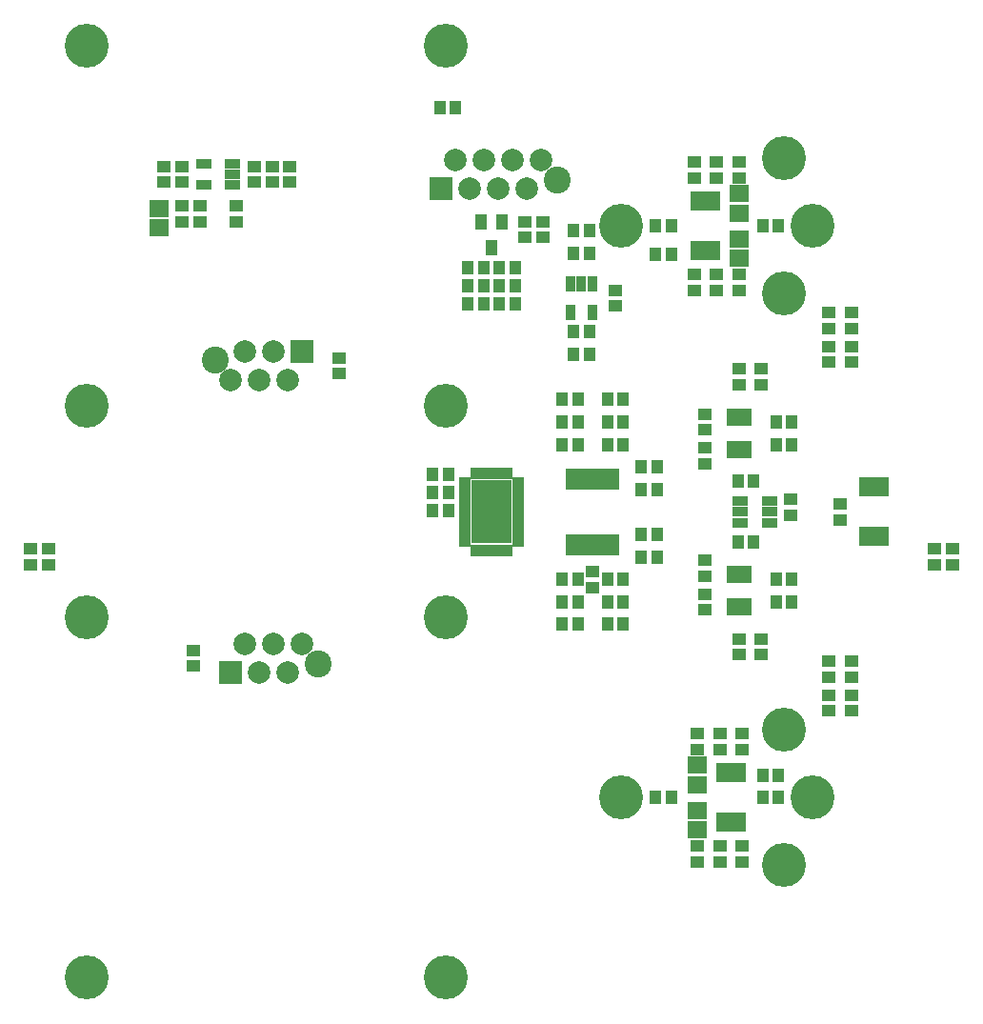
<source format=gbr>
G04 #@! TF.GenerationSoftware,KiCad,Pcbnew,5.1.5+dfsg1-2build2*
G04 #@! TF.CreationDate,2020-07-06T20:33:27+02:00*
G04 #@! TF.ProjectId,Quadsense,51756164-7365-46e7-9365-2e6b69636164,rev?*
G04 #@! TF.SameCoordinates,PX5f5e100PY2faf080*
G04 #@! TF.FileFunction,Soldermask,Bot*
G04 #@! TF.FilePolarity,Negative*
%FSLAX46Y46*%
G04 Gerber Fmt 4.6, Leading zero omitted, Abs format (unit mm)*
G04 Created by KiCad (PCBNEW 5.1.5+dfsg1-2build2) date 2020-07-06 20:33:27*
%MOMM*%
%LPD*%
G04 APERTURE LIST*
%ADD10C,3.900000*%
%ADD11R,1.100000X1.200000*%
%ADD12R,1.200000X1.100000*%
%ADD13R,0.900000X1.400000*%
%ADD14R,2.200000X1.550000*%
%ADD15R,0.850000X1.850000*%
%ADD16R,1.400000X0.900000*%
%ADD17R,0.800000X1.800000*%
%ADD18R,1.800000X1.500000*%
%ADD19R,2.000000X2.000000*%
%ADD20C,2.000000*%
%ADD21C,2.400000*%
%ADD22R,1.100000X0.650000*%
%ADD23R,0.650000X1.100000*%
%ADD24R,3.550000X5.550000*%
%ADD25R,1.000000X1.400000*%
G04 APERTURE END LIST*
D10*
X71010408Y-30610408D03*
X73500000Y-24600000D03*
X71010408Y-18589592D03*
X56500000Y-24600000D03*
D11*
X59600000Y-27100000D03*
X61000000Y-27100000D03*
X70500000Y-73400000D03*
X69100000Y-73400000D03*
D12*
X76000000Y-50700000D03*
X76000000Y-49300000D03*
X54000000Y-56700000D03*
X54000000Y-55300000D03*
D13*
X52050000Y-32300000D03*
X53950000Y-32300000D03*
X53950000Y-29700000D03*
X53000000Y-29700000D03*
X52050000Y-29700000D03*
D11*
X53700000Y-36000000D03*
X52300000Y-36000000D03*
X53700000Y-34000000D03*
X52300000Y-34000000D03*
D12*
X56000000Y-30300000D03*
X56000000Y-31700000D03*
X22300000Y-22800000D03*
X22300000Y-24200000D03*
D11*
X53700000Y-25000000D03*
X52300000Y-25000000D03*
X53700000Y-27000000D03*
X52300000Y-27000000D03*
D12*
X65000000Y-18900000D03*
X65000000Y-20300000D03*
D11*
X59600000Y-75400000D03*
X61000000Y-75400000D03*
D10*
X71010408Y-81410408D03*
X73500000Y-75400000D03*
X71010408Y-69389592D03*
X56500000Y-75400000D03*
D12*
X77000000Y-66300000D03*
X77000000Y-67700000D03*
D14*
X67000000Y-44450000D03*
X67000000Y-41550000D03*
X67000000Y-55550000D03*
X67000000Y-58450000D03*
D15*
X55950000Y-47050000D03*
X55300000Y-47050000D03*
X54650000Y-47050000D03*
X54000000Y-47050000D03*
X53350000Y-47050000D03*
X52700000Y-47050000D03*
X52050000Y-47050000D03*
X52050000Y-52950000D03*
X52700000Y-52950000D03*
X53350000Y-52950000D03*
X54000000Y-52950000D03*
X54650000Y-52950000D03*
X55300000Y-52950000D03*
X55950000Y-52950000D03*
D11*
X55300000Y-42000000D03*
X56700000Y-42000000D03*
X52700000Y-42000000D03*
X51300000Y-42000000D03*
X52700000Y-58000000D03*
X51300000Y-58000000D03*
X55300000Y-58000000D03*
X56700000Y-58000000D03*
X56700000Y-44000000D03*
X55300000Y-44000000D03*
X51300000Y-44000000D03*
X52700000Y-44000000D03*
X51300000Y-56000000D03*
X52700000Y-56000000D03*
X56700000Y-56000000D03*
X55300000Y-56000000D03*
X59700000Y-46000000D03*
X58300000Y-46000000D03*
X59700000Y-48000000D03*
X58300000Y-48000000D03*
X58300000Y-52000000D03*
X59700000Y-52000000D03*
X58300000Y-54000000D03*
X59700000Y-54000000D03*
D12*
X67000000Y-30300000D03*
X67000000Y-28900000D03*
X67000000Y-18900000D03*
X67000000Y-20300000D03*
X63300000Y-71100000D03*
X63300000Y-69700000D03*
X63300000Y-79700000D03*
X63300000Y-81100000D03*
X63000000Y-28900000D03*
X63000000Y-30300000D03*
X63000000Y-20300000D03*
X63000000Y-18900000D03*
X67300000Y-69700000D03*
X67300000Y-71100000D03*
X67300000Y-81100000D03*
X67300000Y-79700000D03*
D11*
X59600000Y-24600000D03*
X61000000Y-24600000D03*
X70500000Y-24600000D03*
X69100000Y-24600000D03*
X70500000Y-75400000D03*
X69100000Y-75400000D03*
D12*
X75000000Y-33700000D03*
X75000000Y-32300000D03*
X75000000Y-66300000D03*
X75000000Y-67700000D03*
X75000000Y-36700000D03*
X75000000Y-35300000D03*
X75000000Y-63300000D03*
X75000000Y-64700000D03*
D11*
X70300000Y-44000000D03*
X71700000Y-44000000D03*
X70300000Y-42000000D03*
X71700000Y-42000000D03*
D12*
X67000000Y-38700000D03*
X67000000Y-37300000D03*
X69000000Y-38700000D03*
X69000000Y-37300000D03*
D11*
X70300000Y-56000000D03*
X71700000Y-56000000D03*
X70300000Y-58000000D03*
X71700000Y-58000000D03*
D12*
X67000000Y-61300000D03*
X67000000Y-62700000D03*
X69000000Y-61300000D03*
X69000000Y-62700000D03*
X64000000Y-42700000D03*
X64000000Y-41300000D03*
X64000000Y-45700000D03*
X64000000Y-44300000D03*
X64000000Y-57300000D03*
X64000000Y-58700000D03*
X64000000Y-54300000D03*
X64000000Y-55700000D03*
D16*
X69700000Y-49050000D03*
X69700000Y-50000000D03*
X69700000Y-50950000D03*
X67100000Y-50950000D03*
X67100000Y-50000000D03*
X67100000Y-49050000D03*
D17*
X63025000Y-22400000D03*
X63675000Y-22400000D03*
X64325000Y-22400000D03*
X64975000Y-22400000D03*
X64325000Y-26800000D03*
X63025000Y-26800000D03*
X63675000Y-26800000D03*
X64975000Y-26800000D03*
X65325000Y-73200000D03*
X66625000Y-73200000D03*
X67275000Y-73200000D03*
X65975000Y-73200000D03*
X65325000Y-77600000D03*
X65975000Y-77600000D03*
X66625000Y-77600000D03*
X67275000Y-77600000D03*
X79975000Y-52200000D03*
X79325000Y-52200000D03*
X78675000Y-52200000D03*
X78025000Y-52200000D03*
X78675000Y-47800000D03*
X79975000Y-47800000D03*
X79325000Y-47800000D03*
X78025000Y-47800000D03*
D11*
X56700000Y-40000000D03*
X55300000Y-40000000D03*
X51300000Y-40000000D03*
X52700000Y-40000000D03*
X51300000Y-60000000D03*
X52700000Y-60000000D03*
X56700000Y-60000000D03*
X55300000Y-60000000D03*
D18*
X67000000Y-27475000D03*
X67000000Y-25725000D03*
X67000000Y-21725000D03*
X67000000Y-23475000D03*
X63300000Y-74275000D03*
X63300000Y-72525000D03*
X63300000Y-76525000D03*
X63300000Y-78275000D03*
D12*
X65000000Y-30300000D03*
X65000000Y-28900000D03*
X65300000Y-71100000D03*
X65300000Y-69700000D03*
X65300000Y-79700000D03*
X65300000Y-81100000D03*
X77000000Y-32300000D03*
X77000000Y-33700000D03*
X77000000Y-36700000D03*
X77000000Y-35300000D03*
X77000000Y-63300000D03*
X77000000Y-64700000D03*
D11*
X66900000Y-47300000D03*
X68300000Y-47300000D03*
D12*
X71600000Y-48900000D03*
X71600000Y-50300000D03*
D11*
X68300000Y-52700000D03*
X66900000Y-52700000D03*
D12*
X49600000Y-25600000D03*
X49600000Y-24200000D03*
D11*
X45700000Y-29900000D03*
X47100000Y-29900000D03*
D10*
X40950000Y-91400000D03*
X9050000Y-91400000D03*
X9050000Y-59400000D03*
X40950000Y-59400000D03*
D19*
X28175000Y-35730000D03*
D20*
X26905000Y-38270000D03*
X25635000Y-35730000D03*
X24365000Y-38270000D03*
X23095000Y-35730000D03*
X21825000Y-38270000D03*
D21*
X20425000Y-36470000D03*
D22*
X47400000Y-47250000D03*
X47400000Y-47750000D03*
X47400000Y-48250000D03*
X47400000Y-48750000D03*
X47400000Y-49250000D03*
X47400000Y-49750000D03*
X47400000Y-50250000D03*
X47400000Y-50750000D03*
D23*
X46500000Y-53400000D03*
X46000000Y-53400000D03*
X45500000Y-53400000D03*
X45000000Y-53400000D03*
X44500000Y-53400000D03*
X44000000Y-53400000D03*
X43500000Y-53400000D03*
D22*
X42600000Y-52750000D03*
X42600000Y-52250000D03*
X42600000Y-51750000D03*
X42600000Y-51250000D03*
X42600000Y-50750000D03*
X42600000Y-50250000D03*
X42600000Y-49750000D03*
X42600000Y-49250000D03*
D23*
X43500000Y-46600000D03*
X44000000Y-46600000D03*
X44500000Y-46600000D03*
X45000000Y-46600000D03*
X45500000Y-46600000D03*
X46000000Y-46600000D03*
X46500000Y-46600000D03*
D24*
X45000000Y-50000000D03*
D22*
X47400000Y-51250000D03*
X47400000Y-52750000D03*
X47400000Y-52250000D03*
X47400000Y-51750000D03*
X42600000Y-47250000D03*
X42600000Y-48750000D03*
X42600000Y-47750000D03*
X42600000Y-48250000D03*
D12*
X23900000Y-19300000D03*
X23900000Y-20700000D03*
X25500000Y-19300000D03*
X25500000Y-20700000D03*
X84400000Y-53300000D03*
X84400000Y-54700000D03*
X15900000Y-19300000D03*
X15900000Y-20700000D03*
X86000000Y-53300000D03*
X86000000Y-54700000D03*
X17500000Y-19300000D03*
X17500000Y-20700000D03*
D11*
X41200000Y-48300000D03*
X39800000Y-48300000D03*
D12*
X17500000Y-24200000D03*
X17500000Y-22800000D03*
X19100000Y-24200000D03*
X19100000Y-22800000D03*
D11*
X40400000Y-14100000D03*
X41800000Y-14100000D03*
D12*
X18500000Y-62300000D03*
X18500000Y-63700000D03*
X31500000Y-37700000D03*
X31500000Y-36300000D03*
D11*
X41200000Y-46700000D03*
X39800000Y-46700000D03*
D16*
X22000000Y-19050000D03*
X22000000Y-20000000D03*
X22000000Y-20950000D03*
X19400000Y-20950000D03*
X19400000Y-19050000D03*
D19*
X21825000Y-64270000D03*
D20*
X23095000Y-61730000D03*
X24365000Y-64270000D03*
X25635000Y-61730000D03*
X26905000Y-64270000D03*
X28175000Y-61730000D03*
D21*
X29575000Y-63530000D03*
D19*
X40555000Y-21270000D03*
D20*
X41825000Y-18730000D03*
X43095000Y-21270000D03*
X44365000Y-18730000D03*
X45635000Y-21270000D03*
X46905000Y-18730000D03*
X48175000Y-21270000D03*
X49445000Y-18730000D03*
D21*
X50845000Y-20530000D03*
D25*
X44050000Y-24250000D03*
X45950000Y-24250000D03*
X45000000Y-26550000D03*
D12*
X27100000Y-20700000D03*
X27100000Y-19300000D03*
X48000000Y-25600000D03*
X48000000Y-24200000D03*
D11*
X42900000Y-31500000D03*
X44300000Y-31500000D03*
X45700000Y-31500000D03*
X47100000Y-31500000D03*
X42900000Y-29900000D03*
X44300000Y-29900000D03*
X42900000Y-28300000D03*
X44300000Y-28300000D03*
X45700000Y-28300000D03*
X47100000Y-28300000D03*
D10*
X9050000Y-8600000D03*
X40950000Y-8600000D03*
X40950000Y-40600000D03*
X9050000Y-40600000D03*
D11*
X41200000Y-49900000D03*
X39800000Y-49900000D03*
D12*
X4000000Y-53300000D03*
X4000000Y-54700000D03*
X5600000Y-53300000D03*
X5600000Y-54700000D03*
D18*
X15500000Y-23025000D03*
X15500000Y-24775000D03*
M02*

</source>
